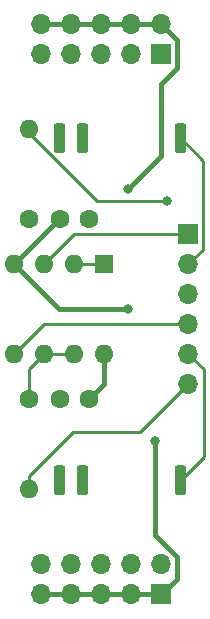
<source format=gbr>
%TF.GenerationSoftware,KiCad,Pcbnew,(5.1.6-0-10_14)*%
%TF.CreationDate,2020-08-09T19:32:51-07:00*%
%TF.ProjectId,bbf-buffer,6262662d-6275-4666-9665-722e6b696361,rev?*%
%TF.SameCoordinates,Original*%
%TF.FileFunction,Copper,L1,Top*%
%TF.FilePolarity,Positive*%
%FSLAX46Y46*%
G04 Gerber Fmt 4.6, Leading zero omitted, Abs format (unit mm)*
G04 Created by KiCad (PCBNEW (5.1.6-0-10_14)) date 2020-08-09 19:32:51*
%MOMM*%
%LPD*%
G01*
G04 APERTURE LIST*
%TA.AperFunction,ComponentPad*%
%ADD10R,1.700000X1.700000*%
%TD*%
%TA.AperFunction,ComponentPad*%
%ADD11O,1.700000X1.700000*%
%TD*%
%TA.AperFunction,ComponentPad*%
%ADD12R,1.600000X1.600000*%
%TD*%
%TA.AperFunction,ComponentPad*%
%ADD13O,1.600000X1.600000*%
%TD*%
%TA.AperFunction,ComponentPad*%
%ADD14C,1.600000*%
%TD*%
%TA.AperFunction,ViaPad*%
%ADD15C,0.800000*%
%TD*%
%TA.AperFunction,Conductor*%
%ADD16C,0.400000*%
%TD*%
%TA.AperFunction,Conductor*%
%ADD17C,0.250000*%
%TD*%
G04 APERTURE END LIST*
D10*
%TO.P,J2,1*%
%TO.N,GND*%
X160020000Y-27940000D03*
D11*
%TO.P,J2,2*%
%TO.N,+12V*%
X160020000Y-25400000D03*
%TO.P,J2,3*%
%TO.N,GND*%
X157480000Y-27940000D03*
%TO.P,J2,4*%
%TO.N,+12V*%
X157480000Y-25400000D03*
%TO.P,J2,5*%
%TO.N,GND*%
X154940000Y-27940000D03*
%TO.P,J2,6*%
%TO.N,+12V*%
X154940000Y-25400000D03*
%TO.P,J2,7*%
%TO.N,GND*%
X152400000Y-27940000D03*
%TO.P,J2,8*%
%TO.N,+12V*%
X152400000Y-25400000D03*
%TO.P,J2,9*%
%TO.N,GND*%
X149860000Y-27940000D03*
%TO.P,J2,10*%
%TO.N,+12V*%
X149860000Y-25400000D03*
%TD*%
%TO.P,J1,10*%
%TO.N,GND*%
X149860000Y-71120000D03*
%TO.P,J1,9*%
%TO.N,-12V*%
X149860000Y-73660000D03*
%TO.P,J1,8*%
%TO.N,GND*%
X152400000Y-71120000D03*
%TO.P,J1,7*%
%TO.N,-12V*%
X152400000Y-73660000D03*
%TO.P,J1,6*%
%TO.N,GND*%
X154940000Y-71120000D03*
%TO.P,J1,5*%
%TO.N,-12V*%
X154940000Y-73660000D03*
%TO.P,J1,4*%
%TO.N,GND*%
X157480000Y-71120000D03*
%TO.P,J1,3*%
%TO.N,-12V*%
X157480000Y-73660000D03*
%TO.P,J1,2*%
%TO.N,GND*%
X160020000Y-71120000D03*
D10*
%TO.P,J1,1*%
%TO.N,-12V*%
X160020000Y-73660000D03*
%TD*%
%TO.P,J3,1*%
%TO.N,Net-(J3-Pad1)*%
X162306000Y-43180000D03*
D11*
%TO.P,J3,2*%
%TO.N,Net-(J3-Pad2)*%
X162306000Y-45720000D03*
%TO.P,J3,3*%
%TO.N,Net-(J3-Pad3)*%
X162306000Y-48260000D03*
%TO.P,J3,4*%
%TO.N,Net-(J3-Pad4)*%
X162306000Y-50800000D03*
%TO.P,J3,5*%
%TO.N,Net-(J3-Pad5)*%
X162306000Y-53340000D03*
%TO.P,J3,6*%
%TO.N,Net-(J3-Pad6)*%
X162306000Y-55880000D03*
%TD*%
%TO.P,J4,T*%
%TO.N,Net-(J3-Pad2)*%
%TA.AperFunction,ComponentPad*%
G36*
G01*
X161388000Y-33802000D02*
X161888000Y-33802000D01*
G75*
G02*
X162138000Y-34052000I0J-250000D01*
G01*
X162138000Y-36052000D01*
G75*
G02*
X161888000Y-36302000I-250000J0D01*
G01*
X161388000Y-36302000D01*
G75*
G02*
X161138000Y-36052000I0J250000D01*
G01*
X161138000Y-34052000D01*
G75*
G02*
X161388000Y-33802000I250000J0D01*
G01*
G37*
%TD.AperFunction*%
%TO.P,J4,TN*%
%TO.N,N/C*%
%TA.AperFunction,ComponentPad*%
G36*
G01*
X153088000Y-33802000D02*
X153588000Y-33802000D01*
G75*
G02*
X153838000Y-34052000I0J-250000D01*
G01*
X153838000Y-36052000D01*
G75*
G02*
X153588000Y-36302000I-250000J0D01*
G01*
X153088000Y-36302000D01*
G75*
G02*
X152838000Y-36052000I0J250000D01*
G01*
X152838000Y-34052000D01*
G75*
G02*
X153088000Y-33802000I250000J0D01*
G01*
G37*
%TD.AperFunction*%
%TO.P,J4,S*%
%TO.N,GND*%
%TA.AperFunction,ComponentPad*%
G36*
G01*
X151134000Y-33802000D02*
X151634000Y-33802000D01*
G75*
G02*
X151884000Y-34052000I0J-250000D01*
G01*
X151884000Y-36052000D01*
G75*
G02*
X151634000Y-36302000I-250000J0D01*
G01*
X151134000Y-36302000D01*
G75*
G02*
X150884000Y-36052000I0J250000D01*
G01*
X150884000Y-34052000D01*
G75*
G02*
X151134000Y-33802000I250000J0D01*
G01*
G37*
%TD.AperFunction*%
%TD*%
%TO.P,J5,S*%
%TO.N,GND*%
%TA.AperFunction,ComponentPad*%
G36*
G01*
X151134000Y-62758000D02*
X151634000Y-62758000D01*
G75*
G02*
X151884000Y-63008000I0J-250000D01*
G01*
X151884000Y-65008000D01*
G75*
G02*
X151634000Y-65258000I-250000J0D01*
G01*
X151134000Y-65258000D01*
G75*
G02*
X150884000Y-65008000I0J250000D01*
G01*
X150884000Y-63008000D01*
G75*
G02*
X151134000Y-62758000I250000J0D01*
G01*
G37*
%TD.AperFunction*%
%TO.P,J5,TN*%
%TO.N,N/C*%
%TA.AperFunction,ComponentPad*%
G36*
G01*
X153088000Y-62758000D02*
X153588000Y-62758000D01*
G75*
G02*
X153838000Y-63008000I0J-250000D01*
G01*
X153838000Y-65008000D01*
G75*
G02*
X153588000Y-65258000I-250000J0D01*
G01*
X153088000Y-65258000D01*
G75*
G02*
X152838000Y-65008000I0J250000D01*
G01*
X152838000Y-63008000D01*
G75*
G02*
X153088000Y-62758000I250000J0D01*
G01*
G37*
%TD.AperFunction*%
%TO.P,J5,T*%
%TO.N,Net-(J3-Pad5)*%
%TA.AperFunction,ComponentPad*%
G36*
G01*
X161388000Y-62758000D02*
X161888000Y-62758000D01*
G75*
G02*
X162138000Y-63008000I0J-250000D01*
G01*
X162138000Y-65008000D01*
G75*
G02*
X161888000Y-65258000I-250000J0D01*
G01*
X161388000Y-65258000D01*
G75*
G02*
X161138000Y-65008000I0J250000D01*
G01*
X161138000Y-63008000D01*
G75*
G02*
X161388000Y-62758000I250000J0D01*
G01*
G37*
%TD.AperFunction*%
%TD*%
D12*
%TO.P,TL072,1*%
%TO.N,Net-(R1-Pad1)*%
X155194000Y-45720000D03*
D13*
%TO.P,TL072,5*%
%TO.N,Net-(J3-Pad4)*%
X147574000Y-53340000D03*
%TO.P,TL072,2*%
%TO.N,Net-(R1-Pad1)*%
X152654000Y-45720000D03*
%TO.P,TL072,6*%
%TO.N,Net-(R2-Pad1)*%
X150114000Y-53340000D03*
%TO.P,TL072,3*%
%TO.N,Net-(J3-Pad1)*%
X150114000Y-45720000D03*
%TO.P,TL072,7*%
%TO.N,Net-(R2-Pad1)*%
X152654000Y-53340000D03*
%TO.P,TL072,4*%
%TO.N,-12V*%
X147574000Y-45720000D03*
%TO.P,TL072,8*%
%TO.N,+12V*%
X155194000Y-53340000D03*
%TD*%
D14*
%TO.P,C1,2*%
%TO.N,GND*%
X151424000Y-57150000D03*
%TO.P,C1,1*%
%TO.N,+12V*%
X153924000Y-57150000D03*
%TD*%
%TO.P,C2,1*%
%TO.N,GND*%
X153924000Y-41910000D03*
%TO.P,C2,2*%
%TO.N,-12V*%
X151424000Y-41910000D03*
%TD*%
%TO.P,R1,1*%
%TO.N,Net-(R1-Pad1)*%
X148844000Y-41910000D03*
D13*
%TO.P,R1,2*%
%TO.N,Net-(J3-Pad3)*%
X148844000Y-34290000D03*
%TD*%
%TO.P,R2,2*%
%TO.N,Net-(J3-Pad6)*%
X148844000Y-64770000D03*
D14*
%TO.P,R2,1*%
%TO.N,Net-(R2-Pad1)*%
X148844000Y-57150000D03*
%TD*%
D15*
%TO.N,+12V*%
X157226000Y-39370000D03*
%TO.N,-12V*%
X159512000Y-60706000D03*
X157226000Y-49530000D03*
%TO.N,Net-(J3-Pad3)*%
X160528000Y-40386000D03*
%TD*%
D16*
%TO.N,+12V*%
X149860000Y-25400000D02*
X152400000Y-25400000D01*
X152400000Y-25400000D02*
X154940000Y-25400000D01*
X154940000Y-25400000D02*
X157480000Y-25400000D01*
X157480000Y-25400000D02*
X160020000Y-25400000D01*
X160020000Y-36576000D02*
X157226000Y-39370000D01*
X161320001Y-29150001D02*
X160020000Y-30450002D01*
X160020000Y-25400000D02*
X161320001Y-26700001D01*
X160020000Y-30450002D02*
X160020000Y-36576000D01*
X161320001Y-26700001D02*
X161320001Y-29150001D01*
X155194000Y-55880000D02*
X153924000Y-57150000D01*
X155194000Y-53340000D02*
X155194000Y-55880000D01*
%TO.N,-12V*%
X149860000Y-73660000D02*
X152400000Y-73660000D01*
X152400000Y-73660000D02*
X154940000Y-73660000D01*
X154940000Y-73660000D02*
X157480000Y-73660000D01*
X157480000Y-73660000D02*
X160020000Y-73660000D01*
X151384000Y-41910000D02*
X151424000Y-41910000D01*
X147574000Y-45720000D02*
X151384000Y-41910000D01*
X161320001Y-72359999D02*
X161320001Y-70495999D01*
X159512000Y-68687998D02*
X159512000Y-60706000D01*
X161320001Y-70495999D02*
X159512000Y-68687998D01*
X160020000Y-73660000D02*
X161320001Y-72359999D01*
X151384000Y-49530000D02*
X147574000Y-45720000D01*
X157226000Y-49530000D02*
X151384000Y-49530000D01*
D17*
%TO.N,Net-(J3-Pad1)*%
X152654000Y-43180000D02*
X150114000Y-45720000D01*
X162306000Y-43180000D02*
X152654000Y-43180000D01*
%TO.N,Net-(J3-Pad2)*%
X163531001Y-36945001D02*
X161638000Y-35052000D01*
X163531001Y-44494999D02*
X163531001Y-36945001D01*
X162306000Y-45720000D02*
X163531001Y-44494999D01*
%TO.N,Net-(J3-Pad3)*%
X148844000Y-34645900D02*
X148844000Y-34290000D01*
X154584100Y-40386000D02*
X148844000Y-34645900D01*
X160528000Y-40386000D02*
X154584100Y-40386000D01*
%TO.N,Net-(J3-Pad4)*%
X150114000Y-50800000D02*
X162306000Y-50800000D01*
X147574000Y-53340000D02*
X150114000Y-50800000D01*
%TO.N,Net-(J3-Pad5)*%
X163581001Y-62064999D02*
X161638000Y-64008000D01*
X163581001Y-54615001D02*
X163581001Y-62064999D01*
X162306000Y-53340000D02*
X163581001Y-54615001D01*
%TO.N,Net-(J3-Pad6)*%
X148844000Y-63638630D02*
X152538630Y-59944000D01*
X148844000Y-64770000D02*
X148844000Y-63638630D01*
X158242000Y-59944000D02*
X162306000Y-55880000D01*
X152538630Y-59944000D02*
X158242000Y-59944000D01*
%TO.N,Net-(R1-Pad1)*%
X152654000Y-45720000D02*
X155194000Y-45720000D01*
%TO.N,Net-(R2-Pad1)*%
X148844000Y-54610000D02*
X150114000Y-53340000D01*
X148844000Y-57150000D02*
X148844000Y-54610000D01*
X150114000Y-53340000D02*
X152654000Y-53340000D01*
%TD*%
M02*

</source>
